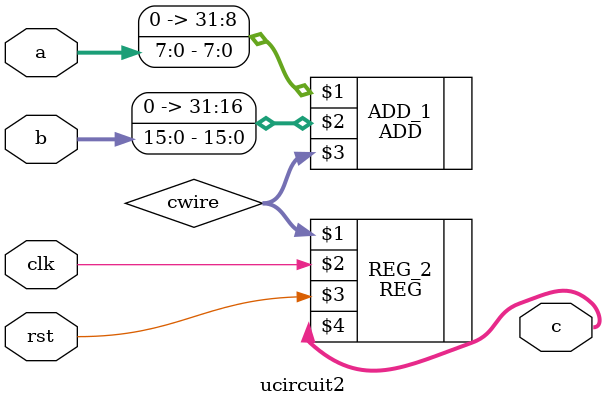
<source format=v>
`timescale 1ns / 1ps
module ucircuit2(a, b, c, clk, rst);

input [7:0] a;
input [15:0] b;
output [31:0] c;
wire [31:0] cwire;
input clk, rst;

ADD #(32) ADD_1({24'b0,a},{16'b0,b},cwire);
REG #(32) REG_2(cwire,clk, rst, c);

endmodule

</source>
